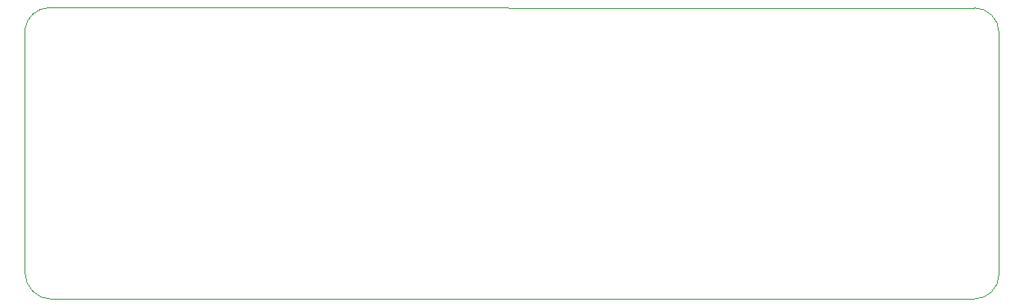
<source format=gbr>
%TF.GenerationSoftware,KiCad,Pcbnew,6.0.11+dfsg-1*%
%TF.CreationDate,2025-12-30T10:17:34+02:00*%
%TF.ProjectId,esp32_loraprs_c3,65737033-325f-46c6-9f72-617072735f63,rev?*%
%TF.SameCoordinates,Original*%
%TF.FileFunction,Profile,NP*%
%FSLAX46Y46*%
G04 Gerber Fmt 4.6, Leading zero omitted, Abs format (unit mm)*
G04 Created by KiCad (PCBNEW 6.0.11+dfsg-1) date 2025-12-30 10:17:34*
%MOMM*%
%LPD*%
G01*
G04 APERTURE LIST*
%TA.AperFunction,Profile*%
%ADD10C,0.100000*%
%TD*%
G04 APERTURE END LIST*
D10*
X165099990Y-57404000D02*
G75*
G03*
X162541949Y-54882051I-2558090J-36400D01*
G01*
X165100000Y-57404000D02*
X165100000Y-82550000D01*
X66802000Y-54864040D02*
G75*
G03*
X64262000Y-57150000I-14000J-2538560D01*
G01*
X64262000Y-82296000D02*
G75*
G03*
X67056000Y-85090000I2794000J0D01*
G01*
X66802000Y-54864000D02*
X162541949Y-54882051D01*
X162541949Y-85071959D02*
G75*
G03*
X165100000Y-82550000I-49J2558359D01*
G01*
X162541949Y-85071949D02*
X67056000Y-85090000D01*
X64262000Y-82296000D02*
X64262000Y-57150000D01*
M02*

</source>
